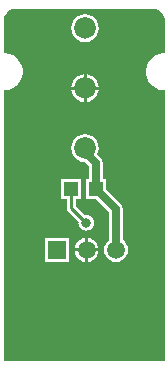
<source format=gbl>
%FSTAX24Y24*%
%MOIN*%
%SFA1B1*%

%IPPOS*%
%ADD15C,0.010000*%
%ADD16C,0.025000*%
%ADD17C,0.059370*%
%ADD18R,0.059370X0.059370*%
%ADD19C,0.072050*%
%ADD20C,0.032000*%
%ADD21R,0.047240X0.047240*%
%LNprobe-1*%
%LPD*%
G36*
X005075Y011736D02*
X005147Y011707D01*
X005211Y011664*
X005266Y011609*
X005309Y011544*
X005339Y011473*
X005354Y011397*
Y011358*
Y010265*
X005293Y010262*
X005174Y010239*
X005062Y010192*
X004961Y010125*
X004875Y010039*
X004807Y009938*
X00476Y009825*
X004737Y009706*
Y009584*
X00476Y009465*
X004807Y009353*
X004875Y009252*
X004961Y009166*
X005062Y009098*
X005174Y009052*
X005293Y009028*
X005354Y009025*
Y0*
X0*
Y009025*
X00006Y009028*
X00018Y009052*
X000292Y009098*
X000393Y009166*
X000479Y009252*
X000546Y009353*
X000593Y009465*
X000617Y009584*
Y009706*
X000593Y009825*
X000546Y009938*
X000479Y010039*
X000393Y010125*
X000292Y010192*
X00018Y010239*
X00006Y010262*
X0Y010265*
Y011358*
Y011397*
X000015Y011473*
X000044Y011544*
X000087Y011609*
X000142Y011664*
X000207Y011707*
X000278Y011736*
X000354Y011752*
X004999*
X005075Y011736*
G37*
%LNprobe-2*%
%LPC*%
G36*
X0027Y011564D02*
X002579Y011548D01*
X002467Y011502*
X002371Y011428*
X002298Y011332*
X002251Y01122*
X002235Y0111*
X002251Y010979*
X002298Y010867*
X002371Y010771*
X002467Y010698*
X002579Y010651*
X0027Y010635*
X00282Y010651*
X002932Y010698*
X003028Y010771*
X003102Y010867*
X003148Y010979*
X003164Y0111*
X003148Y01122*
X003102Y011332*
X003028Y011428*
X002932Y011502*
X00282Y011548*
X0027Y011564*
G37*
G36*
X00275Y009557D02*
Y00915D01*
X003157*
X003148Y00922*
X003102Y009332*
X003028Y009428*
X002932Y009502*
X00282Y009548*
X00275Y009557*
G37*
G36*
X00265D02*
X002579Y009548D01*
X002467Y009502*
X002371Y009428*
X002298Y009332*
X002251Y00922*
X002242Y00915*
X00265*
Y009557*
G37*
G36*
X003157Y00905D02*
X00275D01*
Y008642*
X00282Y008651*
X002932Y008698*
X003028Y008771*
X003102Y008867*
X003148Y008979*
X003157Y00905*
G37*
G36*
X00265D02*
X002242D01*
X002251Y008979*
X002298Y008867*
X002371Y008771*
X002467Y008698*
X002579Y008651*
X00265Y008642*
Y00905*
G37*
G36*
X002576Y006086D02*
X001903D01*
Y005413*
X002087*
Y00511*
X002098Y005051*
X002131Y005001*
X002483Y00465*
X002477Y00461*
X002486Y004542*
X002512Y004478*
X002554Y004424*
X002608Y004382*
X002672Y004356*
X00274Y004347*
X002807Y004356*
X002871Y004382*
X002925Y004424*
X002967Y004478*
X002993Y004542*
X003002Y00461*
X002993Y004677*
X002967Y004741*
X002925Y004795*
X002871Y004837*
X002807Y004863*
X00274Y004872*
X002699Y004866*
X002392Y005173*
Y005413*
X002576*
Y006086*
G37*
G36*
X0028Y004102D02*
Y003758D01*
X003143*
X003136Y003811*
X003096Y003908*
X003033Y003991*
X00295Y004054*
X002853Y004094*
X0028Y004102*
G37*
G36*
X0027D02*
X002646Y004094D01*
X002549Y004054*
X002467Y003991*
X002403Y003908*
X002363Y003811*
X002356Y003758*
X0027*
Y004102*
G37*
G36*
X003143Y003658D02*
X0028D01*
Y003314*
X002853Y003321*
X00295Y003361*
X003033Y003425*
X003096Y003508*
X003136Y003604*
X003143Y003658*
G37*
G36*
X0027D02*
X002356D01*
X002363Y003604*
X002403Y003508*
X002467Y003425*
X002549Y003361*
X002646Y003321*
X0027Y003314*
Y003658*
G37*
G36*
X002162Y004105D02*
X001368D01*
Y003311*
X002162*
Y004105*
G37*
G36*
X0027Y007564D02*
X002579Y007548D01*
X002467Y007502*
X002371Y007428*
X002298Y007332*
X002251Y00722*
X002235Y0071*
X002251Y006979*
X002298Y006867*
X002371Y006771*
X002467Y006698*
X002579Y006651*
X0027Y006635*
X002711Y006637*
X002837Y00651*
Y006086*
X00273*
Y005413*
X003078*
X003504Y004987*
Y004032*
X003451Y003991*
X003387Y003908*
X003347Y003811*
X003334Y003708*
X003347Y003604*
X003387Y003508*
X003451Y003425*
X003534Y003361*
X00363Y003321*
X003734Y003308*
X003837Y003321*
X003934Y003361*
X004017Y003425*
X00408Y003508*
X00412Y003604*
X004134Y003708*
X00412Y003811*
X00408Y003908*
X004017Y003991*
X003963Y004032*
Y005082*
X003946Y00517*
X003896Y005244*
X003403Y005738*
Y006086*
X003296*
Y006605*
X003278Y006693*
X003229Y006768*
X00311Y006887*
X003148Y006979*
X003164Y0071*
X003148Y00722*
X003102Y007332*
X003028Y007428*
X002932Y007502*
X00282Y007548*
X0027Y007564*
G37*
%LNprobe-3*%
%LPD*%
G54D15*
X00224Y00511D02*
X00274Y00461D01*
X00224Y00511D02*
Y00575D01*
G54D16*
X003066Y00575D02*
X003734Y005082D01*
Y003708D02*
Y005082D01*
X003066Y00575D02*
Y006605D01*
X0027Y006972D02*
Y0071D01*
Y006972D02*
X003066Y006605D01*
G54D17*
X003734Y003708D03*
X00275D03*
G54D18*
X001765Y003708D03*
G54D19*
X0027Y0111D03*
Y0091D03*
Y0071D03*
G54D20*
X00274Y00461D03*
G54D21*
X00224Y00575D03*
X003066D03*
M02*
</source>
